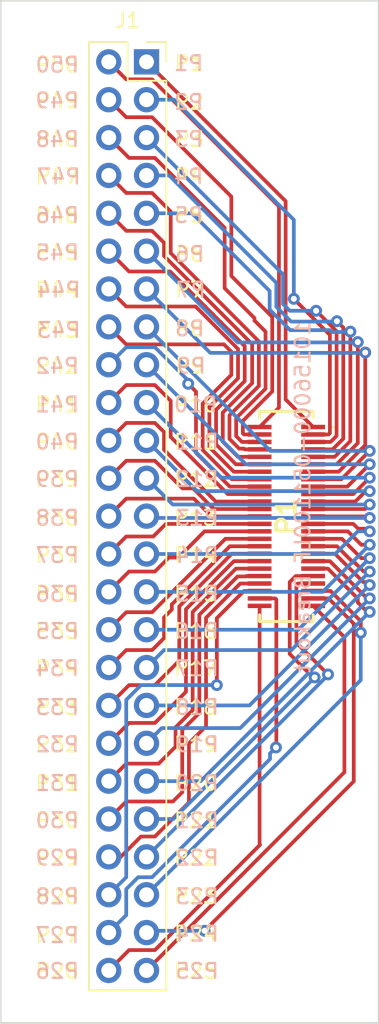
<source format=kicad_pcb>
(kicad_pcb (version 20171130) (host pcbnew 5.99.0+really5.1.12+dfsg1-1)

  (general
    (thickness 1.6)
    (drawings 105)
    (tracks 375)
    (zones 0)
    (modules 2)
    (nets 51)
  )

  (page A4)
  (layers
    (0 F.Cu signal)
    (31 B.Cu signal)
    (32 B.Adhes user)
    (33 F.Adhes user)
    (34 B.Paste user)
    (35 F.Paste user)
    (36 B.SilkS user)
    (37 F.SilkS user)
    (38 B.Mask user)
    (39 F.Mask user)
    (40 Dwgs.User user)
    (41 Cmts.User user)
    (42 Eco1.User user)
    (43 Eco2.User user)
    (44 Edge.Cuts user)
    (45 Margin user)
    (46 B.CrtYd user)
    (47 F.CrtYd user)
    (48 B.Fab user)
    (49 F.Fab user)
  )

  (setup
    (last_trace_width 0.25)
    (trace_clearance 0.2)
    (zone_clearance 0.508)
    (zone_45_only no)
    (trace_min 0.2)
    (via_size 0.8)
    (via_drill 0.4)
    (via_min_size 0.4)
    (via_min_drill 0.3)
    (uvia_size 0.3)
    (uvia_drill 0.1)
    (uvias_allowed no)
    (uvia_min_size 0.2)
    (uvia_min_drill 0.1)
    (edge_width 0.05)
    (segment_width 0.2)
    (pcb_text_width 0.3)
    (pcb_text_size 1.5 1.5)
    (mod_edge_width 0.12)
    (mod_text_size 1 1)
    (mod_text_width 0.15)
    (pad_size 1.524 1.524)
    (pad_drill 0.762)
    (pad_to_mask_clearance 0)
    (aux_axis_origin 0 0)
    (visible_elements FFFFFF7F)
    (pcbplotparams
      (layerselection 0x010fc_ffffffff)
      (usegerberextensions false)
      (usegerberattributes true)
      (usegerberadvancedattributes true)
      (creategerberjobfile true)
      (excludeedgelayer true)
      (linewidth 0.100000)
      (plotframeref false)
      (viasonmask false)
      (mode 1)
      (useauxorigin false)
      (hpglpennumber 1)
      (hpglpenspeed 20)
      (hpglpendiameter 15.000000)
      (psnegative false)
      (psa4output false)
      (plotreference true)
      (plotvalue true)
      (plotinvisibletext false)
      (padsonsilk false)
      (subtractmaskfromsilk false)
      (outputformat 1)
      (mirror false)
      (drillshape 1)
      (scaleselection 1)
      (outputdirectory ""))
  )

  (net 0 "")
  (net 1 "Net-(J1-Pad24)")
  (net 2 "Net-(J1-Pad22)")
  (net 3 "Net-(J1-Pad20)")
  (net 4 "Net-(J1-Pad18)")
  (net 5 "Net-(J1-Pad16)")
  (net 6 "Net-(J1-Pad14)")
  (net 7 "Net-(J1-Pad12)")
  (net 8 "Net-(J1-Pad10)")
  (net 9 "Net-(J1-Pad8)")
  (net 10 "Net-(J1-Pad6)")
  (net 11 "Net-(J1-Pad4)")
  (net 12 "Net-(J1-Pad2)")
  (net 13 /50)
  (net 14 /48)
  (net 15 /46)
  (net 16 /44)
  (net 17 /42)
  (net 18 /40)
  (net 19 /38)
  (net 20 /36)
  (net 21 /34)
  (net 22 /32)
  (net 23 /30)
  (net 24 /28)
  (net 25 /26)
  (net 26 /24)
  (net 27 /22)
  (net 28 /20)
  (net 29 /18)
  (net 30 /16)
  (net 31 /14)
  (net 32 /12)
  (net 33 /10)
  (net 34 /8)
  (net 35 /6)
  (net 36 /4)
  (net 37 /2)
  (net 38 "Net-(J1-Pad50)")
  (net 39 "Net-(J1-Pad48)")
  (net 40 "Net-(J1-Pad46)")
  (net 41 "Net-(J1-Pad44)")
  (net 42 "Net-(J1-Pad42)")
  (net 43 "Net-(J1-Pad40)")
  (net 44 "Net-(J1-Pad38)")
  (net 45 "Net-(J1-Pad36)")
  (net 46 "Net-(J1-Pad34)")
  (net 47 "Net-(J1-Pad32)")
  (net 48 "Net-(J1-Pad30)")
  (net 49 "Net-(J1-Pad28)")
  (net 50 "Net-(J1-Pad26)")

  (net_class Default "This is the default net class."
    (clearance 0.2)
    (trace_width 0.25)
    (via_dia 0.8)
    (via_drill 0.4)
    (uvia_dia 0.3)
    (uvia_drill 0.1)
    (add_net /10)
    (add_net /12)
    (add_net /14)
    (add_net /16)
    (add_net /18)
    (add_net /2)
    (add_net /20)
    (add_net /22)
    (add_net /24)
    (add_net /26)
    (add_net /28)
    (add_net /30)
    (add_net /32)
    (add_net /34)
    (add_net /36)
    (add_net /38)
    (add_net /4)
    (add_net /40)
    (add_net /42)
    (add_net /44)
    (add_net /46)
    (add_net /48)
    (add_net /50)
    (add_net /6)
    (add_net /8)
    (add_net "Net-(J1-Pad10)")
    (add_net "Net-(J1-Pad12)")
    (add_net "Net-(J1-Pad14)")
    (add_net "Net-(J1-Pad16)")
    (add_net "Net-(J1-Pad18)")
    (add_net "Net-(J1-Pad2)")
    (add_net "Net-(J1-Pad20)")
    (add_net "Net-(J1-Pad22)")
    (add_net "Net-(J1-Pad24)")
    (add_net "Net-(J1-Pad26)")
    (add_net "Net-(J1-Pad28)")
    (add_net "Net-(J1-Pad30)")
    (add_net "Net-(J1-Pad32)")
    (add_net "Net-(J1-Pad34)")
    (add_net "Net-(J1-Pad36)")
    (add_net "Net-(J1-Pad38)")
    (add_net "Net-(J1-Pad4)")
    (add_net "Net-(J1-Pad40)")
    (add_net "Net-(J1-Pad42)")
    (add_net "Net-(J1-Pad44)")
    (add_net "Net-(J1-Pad46)")
    (add_net "Net-(J1-Pad48)")
    (add_net "Net-(J1-Pad50)")
    (add_net "Net-(J1-Pad6)")
    (add_net "Net-(J1-Pad8)")
  )

  (module ll:10156001051100LF (layer F.Cu) (tedit 0) (tstamp 619F8FE9)
    (at 597.2 98.1 270)
    (descr 10156001-051100LF-1)
    (tags Connector)
    (path /619FA9D9)
    (attr smd)
    (fp_text reference P1 (at 0 0 90) (layer F.SilkS)
      (effects (font (size 1.27 1.27) (thickness 0.254)))
    )
    (fp_text value 5-104652-5 (at 0 0 90) (layer F.SilkS) hide
      (effects (font (size 1.27 1.27) (thickness 0.254)))
    )
    (fp_line (start -6 -3.1) (end -6 -3.1) (layer F.SilkS) (width 0.1))
    (fp_line (start -6 -3.2) (end -6 -3.2) (layer F.SilkS) (width 0.1))
    (fp_line (start 7.05 1.8) (end 6.6 1.8) (layer F.SilkS) (width 0.2))
    (fp_line (start 7.05 -1.8) (end 7.05 1.8) (layer F.SilkS) (width 0.2))
    (fp_line (start 6.6 -1.8) (end 7.05 -1.8) (layer F.SilkS) (width 0.2))
    (fp_line (start -7.05 1.8) (end -6.6 1.8) (layer F.SilkS) (width 0.2))
    (fp_line (start -7.05 -1.8) (end -7.05 1.8) (layer F.SilkS) (width 0.2))
    (fp_line (start -6.6 -1.8) (end -7.05 -1.8) (layer F.SilkS) (width 0.2))
    (fp_line (start -8.05 3.6) (end -8.05 -3.6) (layer F.CrtYd) (width 0.1))
    (fp_line (start 8.05 3.6) (end -8.05 3.6) (layer F.CrtYd) (width 0.1))
    (fp_line (start 8.05 -3.6) (end 8.05 3.6) (layer F.CrtYd) (width 0.1))
    (fp_line (start -8.05 -3.6) (end 8.05 -3.6) (layer F.CrtYd) (width 0.1))
    (fp_line (start -7.05 1.8) (end -7.05 -1.8) (layer F.Fab) (width 0.1))
    (fp_line (start 7.05 1.8) (end -7.05 1.8) (layer F.Fab) (width 0.1))
    (fp_line (start 7.05 -1.8) (end 7.05 1.8) (layer F.Fab) (width 0.1))
    (fp_line (start -7.05 -1.8) (end 7.05 -1.8) (layer F.Fab) (width 0.1))
    (fp_text user %R (at 0 0 90) (layer F.Fab)
      (effects (font (size 1.27 1.27) (thickness 0.254)))
    )
    (fp_arc (start -6 -3.15) (end -6 -3.2) (angle -180) (layer F.SilkS) (width 0.1))
    (fp_arc (start -6 -3.15) (end -6 -3.1) (angle -180) (layer F.SilkS) (width 0.1))
    (pad 1 smd rect (at -6 -1.8 270) (size 0.3 1.6) (layers F.Cu F.Paste F.Mask)
      (net 37 /2))
    (pad 2 smd rect (at -5.5 -1.8 270) (size 0.3 1.6) (layers F.Cu F.Paste F.Mask)
      (net 36 /4))
    (pad 3 smd rect (at -5 -1.8 270) (size 0.3 1.6) (layers F.Cu F.Paste F.Mask)
      (net 35 /6))
    (pad 4 smd rect (at -4.5 -1.8 270) (size 0.3 1.6) (layers F.Cu F.Paste F.Mask)
      (net 34 /8))
    (pad 5 smd rect (at -4 -1.8 270) (size 0.3 1.6) (layers F.Cu F.Paste F.Mask)
      (net 33 /10))
    (pad 6 smd rect (at -3.5 -1.8 270) (size 0.3 1.6) (layers F.Cu F.Paste F.Mask)
      (net 32 /12))
    (pad 7 smd rect (at -3 -1.8 270) (size 0.3 1.6) (layers F.Cu F.Paste F.Mask)
      (net 31 /14))
    (pad 8 smd rect (at -2.5 -1.8 270) (size 0.3 1.6) (layers F.Cu F.Paste F.Mask)
      (net 30 /16))
    (pad 9 smd rect (at -2 -1.8 270) (size 0.3 1.6) (layers F.Cu F.Paste F.Mask)
      (net 29 /18))
    (pad 10 smd rect (at -1.5 -1.8 270) (size 0.3 1.6) (layers F.Cu F.Paste F.Mask)
      (net 28 /20))
    (pad 11 smd rect (at -1 -1.8 270) (size 0.3 1.6) (layers F.Cu F.Paste F.Mask)
      (net 27 /22))
    (pad 12 smd rect (at -0.5 -1.8 270) (size 0.3 1.6) (layers F.Cu F.Paste F.Mask)
      (net 26 /24))
    (pad 13 smd rect (at 0 -1.8 270) (size 0.3 1.6) (layers F.Cu F.Paste F.Mask)
      (net 25 /26))
    (pad 14 smd rect (at 0.5 -1.8 270) (size 0.3 1.6) (layers F.Cu F.Paste F.Mask)
      (net 24 /28))
    (pad 15 smd rect (at 1 -1.8 270) (size 0.3 1.6) (layers F.Cu F.Paste F.Mask)
      (net 23 /30))
    (pad 16 smd rect (at 1.5 -1.8 270) (size 0.3 1.6) (layers F.Cu F.Paste F.Mask)
      (net 22 /32))
    (pad 17 smd rect (at 2 -1.8 270) (size 0.3 1.6) (layers F.Cu F.Paste F.Mask)
      (net 21 /34))
    (pad 18 smd rect (at 2.5 -1.8 270) (size 0.3 1.6) (layers F.Cu F.Paste F.Mask)
      (net 20 /36))
    (pad 19 smd rect (at 3 -1.8 270) (size 0.3 1.6) (layers F.Cu F.Paste F.Mask)
      (net 19 /38))
    (pad 20 smd rect (at 3.5 -1.8 270) (size 0.3 1.6) (layers F.Cu F.Paste F.Mask)
      (net 18 /40))
    (pad 21 smd rect (at 4 -1.8 270) (size 0.3 1.6) (layers F.Cu F.Paste F.Mask)
      (net 17 /42))
    (pad 22 smd rect (at 4.5 -1.8 270) (size 0.3 1.6) (layers F.Cu F.Paste F.Mask)
      (net 16 /44))
    (pad 23 smd rect (at 5 -1.8 270) (size 0.3 1.6) (layers F.Cu F.Paste F.Mask)
      (net 15 /46))
    (pad 24 smd rect (at 5.5 -1.8 270) (size 0.3 1.6) (layers F.Cu F.Paste F.Mask)
      (net 14 /48))
    (pad 25 smd rect (at 6 -1.8 270) (size 0.3 1.6) (layers F.Cu F.Paste F.Mask)
      (net 13 /50))
    (pad 26 smd rect (at 6 1.8 270) (size 0.3 1.6) (layers F.Cu F.Paste F.Mask)
      (net 38 "Net-(J1-Pad50)"))
    (pad 27 smd rect (at 5.5 1.8 270) (size 0.3 1.6) (layers F.Cu F.Paste F.Mask)
      (net 39 "Net-(J1-Pad48)"))
    (pad 28 smd rect (at 5 1.8 270) (size 0.3 1.6) (layers F.Cu F.Paste F.Mask)
      (net 40 "Net-(J1-Pad46)"))
    (pad 29 smd rect (at 4.5 1.8 270) (size 0.3 1.6) (layers F.Cu F.Paste F.Mask)
      (net 41 "Net-(J1-Pad44)"))
    (pad 30 smd rect (at 4 1.8 270) (size 0.3 1.6) (layers F.Cu F.Paste F.Mask)
      (net 42 "Net-(J1-Pad42)"))
    (pad 31 smd rect (at 3.5 1.8 270) (size 0.3 1.6) (layers F.Cu F.Paste F.Mask)
      (net 43 "Net-(J1-Pad40)"))
    (pad 32 smd rect (at 3 1.8 270) (size 0.3 1.6) (layers F.Cu F.Paste F.Mask)
      (net 44 "Net-(J1-Pad38)"))
    (pad 33 smd rect (at 2.5 1.8 270) (size 0.3 1.6) (layers F.Cu F.Paste F.Mask)
      (net 45 "Net-(J1-Pad36)"))
    (pad 34 smd rect (at 2 1.8 270) (size 0.3 1.6) (layers F.Cu F.Paste F.Mask)
      (net 46 "Net-(J1-Pad34)"))
    (pad 35 smd rect (at 1.5 1.8 270) (size 0.3 1.6) (layers F.Cu F.Paste F.Mask)
      (net 47 "Net-(J1-Pad32)"))
    (pad 36 smd rect (at 1 1.8 270) (size 0.3 1.6) (layers F.Cu F.Paste F.Mask)
      (net 48 "Net-(J1-Pad30)"))
    (pad 37 smd rect (at 0.5 1.8 270) (size 0.3 1.6) (layers F.Cu F.Paste F.Mask)
      (net 49 "Net-(J1-Pad28)"))
    (pad 38 smd rect (at 0 1.8 270) (size 0.3 1.6) (layers F.Cu F.Paste F.Mask)
      (net 50 "Net-(J1-Pad26)"))
    (pad 39 smd rect (at -0.5 1.8 270) (size 0.3 1.6) (layers F.Cu F.Paste F.Mask)
      (net 1 "Net-(J1-Pad24)"))
    (pad 40 smd rect (at -1 1.8 270) (size 0.3 1.6) (layers F.Cu F.Paste F.Mask)
      (net 2 "Net-(J1-Pad22)"))
    (pad 41 smd rect (at -1.5 1.8 270) (size 0.3 1.6) (layers F.Cu F.Paste F.Mask)
      (net 3 "Net-(J1-Pad20)"))
    (pad 42 smd rect (at -2 1.8 270) (size 0.3 1.6) (layers F.Cu F.Paste F.Mask)
      (net 4 "Net-(J1-Pad18)"))
    (pad 43 smd rect (at -2.5 1.8 270) (size 0.3 1.6) (layers F.Cu F.Paste F.Mask)
      (net 5 "Net-(J1-Pad16)"))
    (pad 44 smd rect (at -3 1.8 270) (size 0.3 1.6) (layers F.Cu F.Paste F.Mask)
      (net 6 "Net-(J1-Pad14)"))
    (pad 45 smd rect (at -3.5 1.8 270) (size 0.3 1.6) (layers F.Cu F.Paste F.Mask)
      (net 7 "Net-(J1-Pad12)"))
    (pad 46 smd rect (at -4 1.8 270) (size 0.3 1.6) (layers F.Cu F.Paste F.Mask)
      (net 8 "Net-(J1-Pad10)"))
    (pad 47 smd rect (at -4.5 1.8 270) (size 0.3 1.6) (layers F.Cu F.Paste F.Mask)
      (net 9 "Net-(J1-Pad8)"))
    (pad 48 smd rect (at -5 1.8 270) (size 0.3 1.6) (layers F.Cu F.Paste F.Mask)
      (net 10 "Net-(J1-Pad6)"))
    (pad 49 smd rect (at -5.5 1.8 270) (size 0.3 1.6) (layers F.Cu F.Paste F.Mask)
      (net 11 "Net-(J1-Pad4)"))
    (pad 50 smd rect (at -6 1.8 270) (size 0.3 1.6) (layers F.Cu F.Paste F.Mask)
      (net 12 "Net-(J1-Pad2)"))
    (model 10156001-051100LF.stp
      (at (xyz 0 0 0))
      (scale (xyz 1 1 1))
      (rotate (xyz 0 0 0))
    )
  )

  (module Connector_PinSocket_2.54mm:PinSocket_2x25_P2.54mm_Vertical (layer F.Cu) (tedit 5A19A421) (tstamp 61A0A679)
    (at 587.8 67.6)
    (descr "Through hole straight socket strip, 2x25, 2.54mm pitch, double cols (from Kicad 4.0.7), script generated")
    (tags "Through hole socket strip THT 2x25 2.54mm double row")
    (path /61A0ACCC)
    (fp_text reference J1 (at -1.27 -2.77) (layer F.SilkS)
      (effects (font (size 1 1) (thickness 0.15)))
    )
    (fp_text value Conn_02x25_Odd_Even (at -1.27 63.73) (layer F.Fab)
      (effects (font (size 1 1) (thickness 0.15)))
    )
    (fp_line (start -4.34 62.7) (end -4.34 -1.8) (layer F.CrtYd) (width 0.05))
    (fp_line (start 1.76 62.7) (end -4.34 62.7) (layer F.CrtYd) (width 0.05))
    (fp_line (start 1.76 -1.8) (end 1.76 62.7) (layer F.CrtYd) (width 0.05))
    (fp_line (start -4.34 -1.8) (end 1.76 -1.8) (layer F.CrtYd) (width 0.05))
    (fp_line (start 0 -1.33) (end 1.33 -1.33) (layer F.SilkS) (width 0.12))
    (fp_line (start 1.33 -1.33) (end 1.33 0) (layer F.SilkS) (width 0.12))
    (fp_line (start -1.27 -1.33) (end -1.27 1.27) (layer F.SilkS) (width 0.12))
    (fp_line (start -1.27 1.27) (end 1.33 1.27) (layer F.SilkS) (width 0.12))
    (fp_line (start 1.33 1.27) (end 1.33 62.29) (layer F.SilkS) (width 0.12))
    (fp_line (start -3.87 62.29) (end 1.33 62.29) (layer F.SilkS) (width 0.12))
    (fp_line (start -3.87 -1.33) (end -3.87 62.29) (layer F.SilkS) (width 0.12))
    (fp_line (start -3.87 -1.33) (end -1.27 -1.33) (layer F.SilkS) (width 0.12))
    (fp_line (start -3.81 62.23) (end -3.81 -1.27) (layer F.Fab) (width 0.1))
    (fp_line (start 1.27 62.23) (end -3.81 62.23) (layer F.Fab) (width 0.1))
    (fp_line (start 1.27 -0.27) (end 1.27 62.23) (layer F.Fab) (width 0.1))
    (fp_line (start 0.27 -1.27) (end 1.27 -0.27) (layer F.Fab) (width 0.1))
    (fp_line (start -3.81 -1.27) (end 0.27 -1.27) (layer F.Fab) (width 0.1))
    (fp_text user %R (at -1.27 30.48 90) (layer F.Fab)
      (effects (font (size 1 1) (thickness 0.15)))
    )
    (pad 50 thru_hole oval (at -2.54 60.96) (size 1.7 1.7) (drill 1) (layers *.Cu *.Mask)
      (net 38 "Net-(J1-Pad50)"))
    (pad 49 thru_hole oval (at 0 60.96) (size 1.7 1.7) (drill 1) (layers *.Cu *.Mask)
      (net 13 /50))
    (pad 48 thru_hole oval (at -2.54 58.42) (size 1.7 1.7) (drill 1) (layers *.Cu *.Mask)
      (net 39 "Net-(J1-Pad48)"))
    (pad 47 thru_hole oval (at 0 58.42) (size 1.7 1.7) (drill 1) (layers *.Cu *.Mask)
      (net 14 /48))
    (pad 46 thru_hole oval (at -2.54 55.88) (size 1.7 1.7) (drill 1) (layers *.Cu *.Mask)
      (net 40 "Net-(J1-Pad46)"))
    (pad 45 thru_hole oval (at 0 55.88) (size 1.7 1.7) (drill 1) (layers *.Cu *.Mask)
      (net 15 /46))
    (pad 44 thru_hole oval (at -2.54 53.34) (size 1.7 1.7) (drill 1) (layers *.Cu *.Mask)
      (net 41 "Net-(J1-Pad44)"))
    (pad 43 thru_hole oval (at 0 53.34) (size 1.7 1.7) (drill 1) (layers *.Cu *.Mask)
      (net 16 /44))
    (pad 42 thru_hole oval (at -2.54 50.8) (size 1.7 1.7) (drill 1) (layers *.Cu *.Mask)
      (net 42 "Net-(J1-Pad42)"))
    (pad 41 thru_hole oval (at 0 50.8) (size 1.7 1.7) (drill 1) (layers *.Cu *.Mask)
      (net 17 /42))
    (pad 40 thru_hole oval (at -2.54 48.26) (size 1.7 1.7) (drill 1) (layers *.Cu *.Mask)
      (net 43 "Net-(J1-Pad40)"))
    (pad 39 thru_hole oval (at 0 48.26) (size 1.7 1.7) (drill 1) (layers *.Cu *.Mask)
      (net 18 /40))
    (pad 38 thru_hole oval (at -2.54 45.72) (size 1.7 1.7) (drill 1) (layers *.Cu *.Mask)
      (net 44 "Net-(J1-Pad38)"))
    (pad 37 thru_hole oval (at 0 45.72) (size 1.7 1.7) (drill 1) (layers *.Cu *.Mask)
      (net 19 /38))
    (pad 36 thru_hole oval (at -2.54 43.18) (size 1.7 1.7) (drill 1) (layers *.Cu *.Mask)
      (net 45 "Net-(J1-Pad36)"))
    (pad 35 thru_hole oval (at 0 43.18) (size 1.7 1.7) (drill 1) (layers *.Cu *.Mask)
      (net 20 /36))
    (pad 34 thru_hole oval (at -2.54 40.64) (size 1.7 1.7) (drill 1) (layers *.Cu *.Mask)
      (net 46 "Net-(J1-Pad34)"))
    (pad 33 thru_hole oval (at 0 40.64) (size 1.7 1.7) (drill 1) (layers *.Cu *.Mask)
      (net 21 /34))
    (pad 32 thru_hole oval (at -2.54 38.1) (size 1.7 1.7) (drill 1) (layers *.Cu *.Mask)
      (net 47 "Net-(J1-Pad32)"))
    (pad 31 thru_hole oval (at 0 38.1) (size 1.7 1.7) (drill 1) (layers *.Cu *.Mask)
      (net 22 /32))
    (pad 30 thru_hole oval (at -2.54 35.56) (size 1.7 1.7) (drill 1) (layers *.Cu *.Mask)
      (net 48 "Net-(J1-Pad30)"))
    (pad 29 thru_hole oval (at 0 35.56) (size 1.7 1.7) (drill 1) (layers *.Cu *.Mask)
      (net 23 /30))
    (pad 28 thru_hole oval (at -2.54 33.02) (size 1.7 1.7) (drill 1) (layers *.Cu *.Mask)
      (net 49 "Net-(J1-Pad28)"))
    (pad 27 thru_hole oval (at 0 33.02) (size 1.7 1.7) (drill 1) (layers *.Cu *.Mask)
      (net 24 /28))
    (pad 26 thru_hole oval (at -2.54 30.48) (size 1.7 1.7) (drill 1) (layers *.Cu *.Mask)
      (net 50 "Net-(J1-Pad26)"))
    (pad 25 thru_hole oval (at 0 30.48) (size 1.7 1.7) (drill 1) (layers *.Cu *.Mask)
      (net 25 /26))
    (pad 24 thru_hole oval (at -2.54 27.94) (size 1.7 1.7) (drill 1) (layers *.Cu *.Mask)
      (net 1 "Net-(J1-Pad24)"))
    (pad 23 thru_hole oval (at 0 27.94) (size 1.7 1.7) (drill 1) (layers *.Cu *.Mask)
      (net 26 /24))
    (pad 22 thru_hole oval (at -2.54 25.4) (size 1.7 1.7) (drill 1) (layers *.Cu *.Mask)
      (net 2 "Net-(J1-Pad22)"))
    (pad 21 thru_hole oval (at 0 25.4) (size 1.7 1.7) (drill 1) (layers *.Cu *.Mask)
      (net 27 /22))
    (pad 20 thru_hole oval (at -2.54 22.86) (size 1.7 1.7) (drill 1) (layers *.Cu *.Mask)
      (net 3 "Net-(J1-Pad20)"))
    (pad 19 thru_hole oval (at 0 22.86) (size 1.7 1.7) (drill 1) (layers *.Cu *.Mask)
      (net 28 /20))
    (pad 18 thru_hole oval (at -2.54 20.32) (size 1.7 1.7) (drill 1) (layers *.Cu *.Mask)
      (net 4 "Net-(J1-Pad18)"))
    (pad 17 thru_hole oval (at 0 20.32) (size 1.7 1.7) (drill 1) (layers *.Cu *.Mask)
      (net 29 /18))
    (pad 16 thru_hole oval (at -2.54 17.78) (size 1.7 1.7) (drill 1) (layers *.Cu *.Mask)
      (net 5 "Net-(J1-Pad16)"))
    (pad 15 thru_hole oval (at 0 17.78) (size 1.7 1.7) (drill 1) (layers *.Cu *.Mask)
      (net 30 /16))
    (pad 14 thru_hole oval (at -2.54 15.24) (size 1.7 1.7) (drill 1) (layers *.Cu *.Mask)
      (net 6 "Net-(J1-Pad14)"))
    (pad 13 thru_hole oval (at 0 15.24) (size 1.7 1.7) (drill 1) (layers *.Cu *.Mask)
      (net 31 /14))
    (pad 12 thru_hole oval (at -2.54 12.7) (size 1.7 1.7) (drill 1) (layers *.Cu *.Mask)
      (net 7 "Net-(J1-Pad12)"))
    (pad 11 thru_hole oval (at 0 12.7) (size 1.7 1.7) (drill 1) (layers *.Cu *.Mask)
      (net 32 /12))
    (pad 10 thru_hole oval (at -2.54 10.16) (size 1.7 1.7) (drill 1) (layers *.Cu *.Mask)
      (net 8 "Net-(J1-Pad10)"))
    (pad 9 thru_hole oval (at 0 10.16) (size 1.7 1.7) (drill 1) (layers *.Cu *.Mask)
      (net 33 /10))
    (pad 8 thru_hole oval (at -2.54 7.62) (size 1.7 1.7) (drill 1) (layers *.Cu *.Mask)
      (net 9 "Net-(J1-Pad8)"))
    (pad 7 thru_hole oval (at 0 7.62) (size 1.7 1.7) (drill 1) (layers *.Cu *.Mask)
      (net 34 /8))
    (pad 6 thru_hole oval (at -2.54 5.08) (size 1.7 1.7) (drill 1) (layers *.Cu *.Mask)
      (net 10 "Net-(J1-Pad6)"))
    (pad 5 thru_hole oval (at 0 5.08) (size 1.7 1.7) (drill 1) (layers *.Cu *.Mask)
      (net 35 /6))
    (pad 4 thru_hole oval (at -2.54 2.54) (size 1.7 1.7) (drill 1) (layers *.Cu *.Mask)
      (net 11 "Net-(J1-Pad4)"))
    (pad 3 thru_hole oval (at 0 2.54) (size 1.7 1.7) (drill 1) (layers *.Cu *.Mask)
      (net 36 /4))
    (pad 2 thru_hole oval (at -2.54 0) (size 1.7 1.7) (drill 1) (layers *.Cu *.Mask)
      (net 12 "Net-(J1-Pad2)"))
    (pad 1 thru_hole rect (at 0 0) (size 1.7 1.7) (drill 1) (layers *.Cu *.Mask)
      (net 37 /2))
    (model ${KISYS3DMOD}/Connector_PinSocket_2.54mm.3dshapes/PinSocket_2x25_P2.54mm_Vertical
      (at (xyz 0 0 0))
      (scale (xyz 1 1 1))
      (rotate (xyz 0 0 0))
    )
  )

  (gr_text P19 (at 591.2 113.4) (layer B.SilkS) (tstamp 61BF1D9D)
    (effects (font (size 1 1) (thickness 0.15)) (justify mirror))
  )
  (gr_text P18 (at 591.2 110.9) (layer B.SilkS) (tstamp 61BF1D9E)
    (effects (font (size 1 1) (thickness 0.15)) (justify mirror))
  )
  (gr_text P29 (at 581.8 121) (layer B.SilkS) (tstamp 61BF1D92)
    (effects (font (size 1 1) (thickness 0.15)) (justify mirror))
  )
  (gr_text P33 (at 581.8 110.9) (layer B.SilkS) (tstamp 61BF1D96)
    (effects (font (size 1 1) (thickness 0.15)) (justify mirror))
  )
  (gr_text P41 (at 581.8 90.6) (layer B.SilkS) (tstamp 61BF1DAF)
    (effects (font (size 1 1) (thickness 0.15)) (justify mirror))
  )
  (gr_text P46 (at 581.8 77.9) (layer B.SilkS) (tstamp 61BF1DB4)
    (effects (font (size 1 1) (thickness 0.15)) (justify mirror))
  )
  (gr_text P45 (at 581.8 80.4) (layer B.SilkS) (tstamp 61BF1DB3)
    (effects (font (size 1 1) (thickness 0.15)) (justify mirror))
  )
  (gr_text P49 (at 581.8 70.2) (layer B.SilkS) (tstamp 61BF1DB7)
    (effects (font (size 1 1) (thickness 0.15)) (justify mirror))
  )
  (gr_text P50 (at 581.8 67.8) (layer B.SilkS) (tstamp 61BF1DB8)
    (effects (font (size 1 1) (thickness 0.15)) (justify mirror))
  )
  (gr_text "P25\n" (at 591.2 128.6) (layer B.SilkS) (tstamp 61BF1DB9)
    (effects (font (size 1 1) (thickness 0.15)) (justify mirror))
  )
  (gr_text P12 (at 591.2 95.6) (layer B.SilkS) (tstamp 61BF1DA4)
    (effects (font (size 1 1) (thickness 0.15)) (justify mirror))
  )
  (gr_text P11 (at 591.2 93.1) (layer B.SilkS) (tstamp 61BF1DA5)
    (effects (font (size 1 1) (thickness 0.15)) (justify mirror))
  )
  (gr_text P14 (at 591.2 100.7) (layer B.SilkS) (tstamp 61BF1DA2)
    (effects (font (size 1 1) (thickness 0.15)) (justify mirror))
  )
  (gr_text P13 (at 591.2 98.2) (layer B.SilkS) (tstamp 61BF1DA3)
    (effects (font (size 1 1) (thickness 0.15)) (justify mirror))
  )
  (gr_text P21 (at 591.2 118.5) (layer B.SilkS) (tstamp 61BF1D9B)
    (effects (font (size 1 1) (thickness 0.15)) (justify mirror))
  )
  (gr_text "P20\n" (at 591.2 116) (layer B.SilkS) (tstamp 61BF1D9C)
    (effects (font (size 1 1) (thickness 0.15)) (justify mirror))
  )
  (gr_text P39 (at 581.8 95.6) (layer B.SilkS) (tstamp 61BF1DAD)
    (effects (font (size 1 1) (thickness 0.15)) (justify mirror))
  )
  (gr_text P1 (at 591.7 67.7) (layer B.SilkS) (tstamp 61BF1DC0)
    (effects (font (size 1 1) (thickness 0.15)) (justify left mirror))
  )
  (gr_text P38 (at 581.8 98.2) (layer B.SilkS) (tstamp 61BF1DAC)
    (effects (font (size 1 1) (thickness 0.15)) (justify mirror))
  )
  (gr_text P36 (at 581.8 103.3) (layer B.SilkS) (tstamp 61BF1DAA)
    (effects (font (size 1 1) (thickness 0.15)) (justify mirror))
  )
  (gr_text P37 (at 581.8 100.7) (layer B.SilkS) (tstamp 61BF1DAB)
    (effects (font (size 1 1) (thickness 0.15)) (justify mirror))
  )
  (gr_text P48 (at 581.8 72.8) (layer B.SilkS) (tstamp 61BF1DB6)
    (effects (font (size 1 1) (thickness 0.15)) (justify mirror))
  )
  (gr_text P31 (at 581.8 116) (layer B.SilkS) (tstamp 61BF1D94)
    (effects (font (size 1 1) (thickness 0.15)) (justify mirror))
  )
  (gr_text P32 (at 581.8 113.4) (layer B.SilkS) (tstamp 61BF1D95)
    (effects (font (size 1 1) (thickness 0.15)) (justify mirror))
  )
  (gr_text P10 (at 591.1 90.6) (layer B.SilkS) (tstamp 61BF1DA6)
    (effects (font (size 1 1) (thickness 0.15)) (justify mirror))
  )
  (gr_text P9 (at 590.8 88) (layer B.SilkS) (tstamp 61BF1DA7)
    (effects (font (size 1 1) (thickness 0.15)) (justify mirror))
  )
  (gr_text P42 (at 581.8 88) (layer B.SilkS) (tstamp 61BF1DB0)
    (effects (font (size 1 1) (thickness 0.15)) (justify mirror))
  )
  (gr_text P43 (at 581.9 85.6) (layer B.SilkS) (tstamp 61BF1DB1)
    (effects (font (size 1 1) (thickness 0.15)) (justify mirror))
  )
  (gr_text P8 (at 590.7 85.5) (layer B.SilkS) (tstamp 61BF1DA8)
    (effects (font (size 1 1) (thickness 0.15)) (justify mirror))
  )
  (gr_text P35 (at 581.8 105.8) (layer B.SilkS) (tstamp 61BF1DA9)
    (effects (font (size 1 1) (thickness 0.15)) (justify mirror))
  )
  (gr_text P44 (at 581.9 82.9) (layer B.SilkS) (tstamp 61BF1DB2)
    (effects (font (size 1 1) (thickness 0.15)) (justify mirror))
  )
  (gr_text P15 (at 591.2 103.3) (layer B.SilkS) (tstamp 61BF1DA1)
    (effects (font (size 1 1) (thickness 0.15)) (justify mirror))
  )
  (gr_text P23 (at 591.2 123.6) (layer B.SilkS) (tstamp 61BF1D99)
    (effects (font (size 1 1) (thickness 0.15)) (justify mirror))
  )
  (gr_text P22 (at 591.2 121) (layer B.SilkS) (tstamp 61BF1D9A)
    (effects (font (size 1 1) (thickness 0.15)) (justify mirror))
  )
  (gr_text P30 (at 581.8 118.5) (layer B.SilkS) (tstamp 61BF1D93)
    (effects (font (size 1 1) (thickness 0.15)) (justify mirror))
  )
  (gr_text P24 (at 591.2 126.1) (layer B.SilkS) (tstamp 61BF1D98)
    (effects (font (size 1 1) (thickness 0.15)) (justify mirror))
  )
  (gr_text P27 (at 581.8 126.2) (layer B.SilkS) (tstamp 61BF1D90)
    (effects (font (size 1 1) (thickness 0.15)) (justify mirror))
  )
  (gr_text P28 (at 581.8 123.6) (layer B.SilkS) (tstamp 61BF1D91)
    (effects (font (size 1 1) (thickness 0.15)) (justify mirror))
  )
  (gr_text P7 (at 590.8 82.9) (layer B.SilkS) (tstamp 61BF1DBA)
    (effects (font (size 1 1) (thickness 0.15)) (justify mirror))
  )
  (gr_text P6 (at 590.7 80.5) (layer B.SilkS) (tstamp 61BF1DBB)
    (effects (font (size 1 1) (thickness 0.15)) (justify mirror))
  )
  (gr_text P5 (at 591.7 77.9) (layer B.SilkS) (tstamp 61BF1DBC)
    (effects (font (size 1 1) (thickness 0.15)) (justify left mirror))
  )
  (gr_text P26 (at 581.8 128.6) (layer B.SilkS) (tstamp 61BF1D8F)
    (effects (font (size 1 1) (thickness 0.15)) (justify mirror))
  )
  (gr_text P17 (at 591.2 108.3) (layer B.SilkS) (tstamp 61BF1D9F)
    (effects (font (size 1 1) (thickness 0.15)) (justify mirror))
  )
  (gr_text P16 (at 591.2 105.8) (layer B.SilkS) (tstamp 61BF1DA0)
    (effects (font (size 1 1) (thickness 0.15)) (justify mirror))
  )
  (gr_text P34 (at 581.8 108.3) (layer B.SilkS) (tstamp 61BF1D97)
    (effects (font (size 1 1) (thickness 0.15)) (justify mirror))
  )
  (gr_text P40 (at 581.8 93.1) (layer B.SilkS) (tstamp 61BF1DAE)
    (effects (font (size 1 1) (thickness 0.15)) (justify mirror))
  )
  (gr_text P4 (at 591.7 75.3) (layer B.SilkS) (tstamp 61BF1DBD)
    (effects (font (size 1 1) (thickness 0.15)) (justify left mirror))
  )
  (gr_text P3 (at 591.7 72.8) (layer B.SilkS) (tstamp 61BF1DBE)
    (effects (font (size 1 1) (thickness 0.15)) (justify left mirror))
  )
  (gr_text P2 (at 591.7 70.3) (layer B.SilkS) (tstamp 61BF1DBF)
    (effects (font (size 1 1) (thickness 0.15)) (justify left mirror))
  )
  (gr_text P47 (at 581.9 75.3) (layer B.SilkS) (tstamp 61BF1DB5)
    (effects (font (size 1 1) (thickness 0.15)) (justify mirror))
  )
  (gr_text "10156000-051100LF Breakout" (at 598.3 96.8 90) (layer B.SilkS)
    (effects (font (size 1 1) (thickness 0.15)) (justify mirror))
  )
  (gr_text P26 (at 581.8 128.6) (layer F.SilkS)
    (effects (font (size 1 1) (thickness 0.15)))
  )
  (gr_text P27 (at 581.8 126.2) (layer F.SilkS)
    (effects (font (size 1 1) (thickness 0.15)))
  )
  (gr_text P28 (at 581.8 123.6) (layer F.SilkS)
    (effects (font (size 1 1) (thickness 0.15)))
  )
  (gr_text P29 (at 581.8 121) (layer F.SilkS)
    (effects (font (size 1 1) (thickness 0.15)))
  )
  (gr_text P30 (at 581.8 118.5) (layer F.SilkS)
    (effects (font (size 1 1) (thickness 0.15)))
  )
  (gr_text P31 (at 581.8 116) (layer F.SilkS)
    (effects (font (size 1 1) (thickness 0.15)))
  )
  (gr_text P32 (at 581.8 113.4) (layer F.SilkS)
    (effects (font (size 1 1) (thickness 0.15)))
  )
  (gr_text P33 (at 581.8 110.9) (layer F.SilkS)
    (effects (font (size 1 1) (thickness 0.15)))
  )
  (gr_text P34 (at 581.8 108.3) (layer F.SilkS)
    (effects (font (size 1 1) (thickness 0.15)))
  )
  (gr_text P35 (at 581.8 105.8) (layer F.SilkS)
    (effects (font (size 1 1) (thickness 0.15)))
  )
  (gr_text P36 (at 581.8 103.3) (layer F.SilkS)
    (effects (font (size 1 1) (thickness 0.15)))
  )
  (gr_text P37 (at 581.8 100.7) (layer F.SilkS)
    (effects (font (size 1 1) (thickness 0.15)))
  )
  (gr_text P38 (at 581.8 98.2) (layer F.SilkS)
    (effects (font (size 1 1) (thickness 0.15)))
  )
  (gr_text P39 (at 581.8 95.6) (layer F.SilkS)
    (effects (font (size 1 1) (thickness 0.15)))
  )
  (gr_text P40 (at 581.8 93.1) (layer F.SilkS)
    (effects (font (size 1 1) (thickness 0.15)))
  )
  (gr_text P41 (at 581.8 90.6) (layer F.SilkS)
    (effects (font (size 1 1) (thickness 0.15)))
  )
  (gr_text P42 (at 581.8 88) (layer F.SilkS)
    (effects (font (size 1 1) (thickness 0.15)))
  )
  (gr_text P43 (at 581.8 85.6) (layer F.SilkS)
    (effects (font (size 1 1) (thickness 0.15)))
  )
  (gr_text P44 (at 581.8 82.9) (layer F.SilkS)
    (effects (font (size 1 1) (thickness 0.15)))
  )
  (gr_text P45 (at 581.8 80.4) (layer F.SilkS)
    (effects (font (size 1 1) (thickness 0.15)))
  )
  (gr_text P46 (at 581.8 77.9) (layer F.SilkS)
    (effects (font (size 1 1) (thickness 0.15)))
  )
  (gr_text P47 (at 581.8 75.3) (layer F.SilkS)
    (effects (font (size 1 1) (thickness 0.15)))
  )
  (gr_text P48 (at 581.8 72.8) (layer F.SilkS)
    (effects (font (size 1 1) (thickness 0.15)))
  )
  (gr_text P49 (at 581.8 70.2) (layer F.SilkS)
    (effects (font (size 1 1) (thickness 0.15)))
  )
  (gr_text P50 (at 581.8 67.8) (layer F.SilkS)
    (effects (font (size 1 1) (thickness 0.15)))
  )
  (gr_text "P25\n" (at 591.1 128.6) (layer F.SilkS)
    (effects (font (size 1 1) (thickness 0.15)))
  )
  (gr_text P24 (at 591.1 126.1) (layer F.SilkS)
    (effects (font (size 1 1) (thickness 0.15)))
  )
  (gr_text P23 (at 591.1 123.6) (layer F.SilkS)
    (effects (font (size 1 1) (thickness 0.15)))
  )
  (gr_text P22 (at 591.1 121) (layer F.SilkS)
    (effects (font (size 1 1) (thickness 0.15)))
  )
  (gr_text P21 (at 591.1 118.5) (layer F.SilkS)
    (effects (font (size 1 1) (thickness 0.15)))
  )
  (gr_text "P20\n" (at 591.1 116) (layer F.SilkS)
    (effects (font (size 1 1) (thickness 0.15)))
  )
  (gr_text P19 (at 591.1 113.4) (layer F.SilkS)
    (effects (font (size 1 1) (thickness 0.15)))
  )
  (gr_text P18 (at 591.1 110.9) (layer F.SilkS)
    (effects (font (size 1 1) (thickness 0.15)))
  )
  (gr_text P17 (at 591.1 108.3) (layer F.SilkS)
    (effects (font (size 1 1) (thickness 0.15)))
  )
  (gr_text P16 (at 591.1 105.8) (layer F.SilkS)
    (effects (font (size 1 1) (thickness 0.15)))
  )
  (gr_text P15 (at 591.1 103.3) (layer F.SilkS)
    (effects (font (size 1 1) (thickness 0.15)))
  )
  (gr_text P14 (at 591.1 100.7) (layer F.SilkS)
    (effects (font (size 1 1) (thickness 0.15)))
  )
  (gr_text P13 (at 591.1 98.2) (layer F.SilkS)
    (effects (font (size 1 1) (thickness 0.15)))
  )
  (gr_text P12 (at 591.1 95.6) (layer F.SilkS)
    (effects (font (size 1 1) (thickness 0.15)))
  )
  (gr_text P11 (at 591.1 93.1) (layer F.SilkS)
    (effects (font (size 1 1) (thickness 0.15)))
  )
  (gr_text P10 (at 591.1 90.6) (layer F.SilkS)
    (effects (font (size 1 1) (thickness 0.15)))
  )
  (gr_text P9 (at 590.7 88) (layer F.SilkS)
    (effects (font (size 1 1) (thickness 0.15)))
  )
  (gr_text P8 (at 590.7 85.5) (layer F.SilkS)
    (effects (font (size 1 1) (thickness 0.15)))
  )
  (gr_text P7 (at 590.7 82.9) (layer F.SilkS)
    (effects (font (size 1 1) (thickness 0.15)))
  )
  (gr_text P6 (at 590.7 80.5) (layer F.SilkS)
    (effects (font (size 1 1) (thickness 0.15)))
  )
  (gr_text P5 (at 589.6 77.9) (layer F.SilkS)
    (effects (font (size 1 1) (thickness 0.15)) (justify left))
  )
  (gr_text P4 (at 589.6 75.3) (layer F.SilkS)
    (effects (font (size 1 1) (thickness 0.15)) (justify left))
  )
  (gr_text P3 (at 589.6 72.8) (layer F.SilkS)
    (effects (font (size 1 1) (thickness 0.15)) (justify left))
  )
  (gr_text P2 (at 589.6 70.3) (layer F.SilkS)
    (effects (font (size 1 1) (thickness 0.15)) (justify left))
  )
  (gr_text P1 (at 589.6 67.7) (layer F.SilkS)
    (effects (font (size 1 1) (thickness 0.15)) (justify left))
  )
  (gr_line (start 603.4 63.5) (end 603.4 132.08) (layer Edge.Cuts) (width 0.1))
  (gr_line (start 578 63.5) (end 603.4 63.5) (layer Edge.Cuts) (width 0.1))
  (gr_line (start 578 132.08) (end 578 63.5) (layer Edge.Cuts) (width 0.1))
  (gr_line (start 603.4 132.08) (end 578 132.08) (layer Edge.Cuts) (width 0.1))

  (segment (start 586.435001 94.364999) (end 585.26 95.54) (width 0.25) (layer F.Cu) (net 1))
  (segment (start 588.364001 94.364999) (end 586.435001 94.364999) (width 0.25) (layer F.Cu) (net 1))
  (segment (start 590.219002 96.22) (end 588.364001 94.364999) (width 0.25) (layer F.Cu) (net 1))
  (segment (start 592.313592 97.6) (end 595.4 97.6) (width 0.25) (layer F.Cu) (net 1))
  (segment (start 590.933592 96.22) (end 592.313592 97.6) (width 0.25) (layer F.Cu) (net 1))
  (segment (start 590.219002 96.22) (end 590.933592 96.22) (width 0.25) (layer F.Cu) (net 1))
  (segment (start 588.975001 93.624999) (end 592.450002 97.1) (width 0.25) (layer F.Cu) (net 2))
  (segment (start 588.975001 92.435999) (end 588.975001 93.624999) (width 0.25) (layer F.Cu) (net 2))
  (segment (start 588.364001 91.824999) (end 588.975001 92.435999) (width 0.25) (layer F.Cu) (net 2))
  (segment (start 592.450002 97.1) (end 595.4 97.1) (width 0.25) (layer F.Cu) (net 2))
  (segment (start 586.435001 91.824999) (end 588.364001 91.824999) (width 0.25) (layer F.Cu) (net 2))
  (segment (start 585.26 93) (end 586.435001 91.824999) (width 0.25) (layer F.Cu) (net 2))
  (segment (start 586.435001 89.284999) (end 585.26 90.46) (width 0.25) (layer F.Cu) (net 3))
  (segment (start 588.364001 89.284999) (end 586.435001 89.284999) (width 0.25) (layer F.Cu) (net 3))
  (segment (start 589.425011 92.766285) (end 593.258726 96.6) (width 0.25) (layer F.Cu) (net 3))
  (segment (start 593.258726 96.6) (end 595.4 96.6) (width 0.25) (layer F.Cu) (net 3))
  (segment (start 589.425011 90.346009) (end 589.425011 92.766285) (width 0.25) (layer F.Cu) (net 3))
  (segment (start 588.364001 89.284999) (end 589.425011 90.346009) (width 0.25) (layer F.Cu) (net 3))
  (via (at 590.6 89.2) (size 0.8) (drill 0.4) (layers F.Cu B.Cu) (net 4))
  (segment (start 586.435001 86.744999) (end 588.364001 86.744999) (width 0.25) (layer B.Cu) (net 4))
  (segment (start 585.26 87.92) (end 586.435001 86.744999) (width 0.25) (layer B.Cu) (net 4))
  (segment (start 593.395136 96.1) (end 591.124933 93.829797) (width 0.25) (layer F.Cu) (net 4))
  (segment (start 595.4 96.1) (end 593.395136 96.1) (width 0.25) (layer F.Cu) (net 4))
  (segment (start 591.124933 89.724933) (end 590.6 89.2) (width 0.25) (layer F.Cu) (net 4))
  (segment (start 591.124933 93.829797) (end 591.124933 89.724933) (width 0.25) (layer F.Cu) (net 4))
  (segment (start 590.6 88.980998) (end 588.364001 86.744999) (width 0.25) (layer B.Cu) (net 4))
  (segment (start 590.6 89.2) (end 590.6 88.980998) (width 0.25) (layer B.Cu) (net 4))
  (segment (start 586.435001 86.555001) (end 585.26 85.38) (width 0.25) (layer F.Cu) (net 5))
  (segment (start 593.004321 86.555001) (end 586.435001 86.555001) (width 0.25) (layer F.Cu) (net 5))
  (segment (start 593.49998 87.05066) (end 593.004321 86.555001) (width 0.25) (layer F.Cu) (net 5))
  (segment (start 593.49998 88.60002) (end 593.49998 87.05066) (width 0.25) (layer F.Cu) (net 5))
  (segment (start 591.574943 90.525057) (end 593.49998 88.60002) (width 0.25) (layer F.Cu) (net 5))
  (segment (start 591.574943 93.643397) (end 591.574943 90.525057) (width 0.25) (layer F.Cu) (net 5))
  (segment (start 593.531544 95.6) (end 591.574943 93.643397) (width 0.25) (layer F.Cu) (net 5))
  (segment (start 595.4 95.6) (end 593.531544 95.6) (width 0.25) (layer F.Cu) (net 5))
  (segment (start 586.435001 84.015001) (end 588.174003 84.015001) (width 0.25) (layer F.Cu) (net 6))
  (segment (start 585.26 82.84) (end 586.435001 84.015001) (width 0.25) (layer F.Cu) (net 6))
  (segment (start 592.024952 93.456998) (end 592.024953 90.757995) (width 0.25) (layer F.Cu) (net 6))
  (segment (start 593.667954 95.1) (end 592.024952 93.456998) (width 0.25) (layer F.Cu) (net 6))
  (segment (start 595.4 95.1) (end 593.667954 95.1) (width 0.25) (layer F.Cu) (net 6))
  (segment (start 592.024953 90.757995) (end 593.94999 88.832958) (width 0.25) (layer F.Cu) (net 6))
  (segment (start 593.94999 88.832958) (end 593.94999 86.86426) (width 0.25) (layer F.Cu) (net 6))
  (segment (start 591.100731 84.015001) (end 588.174003 84.015001) (width 0.25) (layer F.Cu) (net 6))
  (segment (start 593.94999 86.86426) (end 591.100731 84.015001) (width 0.25) (layer F.Cu) (net 6))
  (segment (start 586.624999 81.664999) (end 588.364001 81.664999) (width 0.25) (layer F.Cu) (net 7))
  (segment (start 585.26 80.3) (end 586.624999 81.664999) (width 0.25) (layer F.Cu) (net 7))
  (segment (start 592.474962 93.270598) (end 592.474962 90.944396) (width 0.25) (layer F.Cu) (net 7))
  (segment (start 593.804364 94.6) (end 592.474962 93.270598) (width 0.25) (layer F.Cu) (net 7))
  (segment (start 595.4 94.6) (end 593.804364 94.6) (width 0.25) (layer F.Cu) (net 7))
  (segment (start 594.4 89.019358) (end 594.4 86.67786) (width 0.25) (layer F.Cu) (net 7))
  (segment (start 592.474962 90.944396) (end 594.4 89.019358) (width 0.25) (layer F.Cu) (net 7))
  (segment (start 589.387139 81.664999) (end 588.364001 81.664999) (width 0.25) (layer F.Cu) (net 7))
  (segment (start 594.4 86.67786) (end 589.387139 81.664999) (width 0.25) (layer F.Cu) (net 7))
  (segment (start 586.435001 78.935001) (end 585.26 77.76) (width 0.25) (layer F.Cu) (net 8))
  (segment (start 588.174003 78.935001) (end 586.435001 78.935001) (width 0.25) (layer F.Cu) (net 8))
  (segment (start 588.975001 79.735999) (end 588.174003 78.935001) (width 0.25) (layer F.Cu) (net 8))
  (segment (start 588.975001 80.616451) (end 588.975001 79.735999) (width 0.25) (layer F.Cu) (net 8))
  (segment (start 594.89996 86.54141) (end 588.975001 80.616451) (width 0.25) (layer F.Cu) (net 8))
  (segment (start 592.924971 91.130797) (end 594.89996 89.155808) (width 0.25) (layer F.Cu) (net 8))
  (segment (start 592.924972 93.0842) (end 592.924971 91.130797) (width 0.25) (layer F.Cu) (net 8))
  (segment (start 594.89996 89.155808) (end 594.89996 86.54141) (width 0.25) (layer F.Cu) (net 8))
  (segment (start 593.94077 94.1) (end 592.924972 93.0842) (width 0.25) (layer F.Cu) (net 8))
  (segment (start 595.4 94.1) (end 593.94077 94.1) (width 0.25) (layer F.Cu) (net 8))
  (segment (start 589.425011 77.646009) (end 588.174003 76.395001) (width 0.25) (layer F.Cu) (net 9))
  (segment (start 595.34997 86.35501) (end 589.425011 80.430051) (width 0.25) (layer F.Cu) (net 9))
  (segment (start 595.34997 89.342208) (end 595.34997 86.35501) (width 0.25) (layer F.Cu) (net 9))
  (segment (start 588.174003 76.395001) (end 586.435001 76.395001) (width 0.25) (layer F.Cu) (net 9))
  (segment (start 593.374981 92.897801) (end 593.37498 91.317198) (width 0.25) (layer F.Cu) (net 9))
  (segment (start 594.02719 93.55001) (end 593.374981 92.897801) (width 0.25) (layer F.Cu) (net 9))
  (segment (start 586.435001 76.395001) (end 585.26 75.22) (width 0.25) (layer F.Cu) (net 9))
  (segment (start 594.35001 93.55001) (end 594.02719 93.55001) (width 0.25) (layer F.Cu) (net 9))
  (segment (start 589.425011 80.430051) (end 589.425011 77.646009) (width 0.25) (layer F.Cu) (net 9))
  (segment (start 594.4 93.6) (end 594.35001 93.55001) (width 0.25) (layer F.Cu) (net 9))
  (segment (start 593.37498 91.317198) (end 595.34997 89.342208) (width 0.25) (layer F.Cu) (net 9))
  (segment (start 595.4 93.6) (end 594.4 93.6) (width 0.25) (layer F.Cu) (net 9))
  (segment (start 593.04999 82.78503) (end 595.055 84.79004) (width 0.25) (layer F.Cu) (net 10))
  (segment (start 593.04999 78.730988) (end 593.04999 82.78503) (width 0.25) (layer F.Cu) (net 10))
  (segment (start 588.364001 74.044999) (end 593.04999 78.730988) (width 0.25) (layer F.Cu) (net 10))
  (segment (start 586.624999 74.044999) (end 588.364001 74.044999) (width 0.25) (layer F.Cu) (net 10))
  (segment (start 585.26 72.68) (end 586.624999 74.044999) (width 0.25) (layer F.Cu) (net 10))
  (segment (start 595.055 84.955) (end 595.79998 85.69998) (width 0.25) (layer F.Cu) (net 10))
  (segment (start 595.055 84.79004) (end 595.055 84.955) (width 0.25) (layer F.Cu) (net 10))
  (segment (start 594.21359 93.1) (end 595.4 93.1) (width 0.25) (layer F.Cu) (net 10))
  (segment (start 593.82499 92.7114) (end 594.21359 93.1) (width 0.25) (layer F.Cu) (net 10))
  (segment (start 593.824989 91.503599) (end 593.82499 92.7114) (width 0.25) (layer F.Cu) (net 10))
  (segment (start 595.79998 89.528608) (end 593.824989 91.503599) (width 0.25) (layer F.Cu) (net 10))
  (segment (start 595.79998 85.69998) (end 595.79998 89.528608) (width 0.25) (layer F.Cu) (net 10))
  (segment (start 593.5 76.640998) (end 588.174003 71.315001) (width 0.25) (layer F.Cu) (net 11))
  (segment (start 586.435001 71.315001) (end 585.26 70.14) (width 0.25) (layer F.Cu) (net 11))
  (segment (start 593.5 81.96504) (end 593.5 76.640998) (width 0.25) (layer F.Cu) (net 11))
  (segment (start 588.174003 71.315001) (end 586.435001 71.315001) (width 0.25) (layer F.Cu) (net 11))
  (segment (start 596.24999 84.71503) (end 593.5 81.96504) (width 0.25) (layer F.Cu) (net 11))
  (segment (start 594.274999 91.689999) (end 596.24999 89.715008) (width 0.25) (layer F.Cu) (net 11))
  (segment (start 594.35 92.6) (end 594.274999 92.524999) (width 0.25) (layer F.Cu) (net 11))
  (segment (start 596.24999 89.715008) (end 596.24999 84.71503) (width 0.25) (layer F.Cu) (net 11))
  (segment (start 594.274999 92.524999) (end 594.274999 91.689999) (width 0.25) (layer F.Cu) (net 11))
  (segment (start 595.4 92.6) (end 594.35 92.6) (width 0.25) (layer F.Cu) (net 11))
  (segment (start 596.7 90.8) (end 595.4 92.1) (width 0.25) (layer F.Cu) (net 12))
  (segment (start 596.7 77.300998) (end 596.7 90.8) (width 0.25) (layer F.Cu) (net 12))
  (segment (start 588.174003 68.775001) (end 596.7 77.300998) (width 0.25) (layer F.Cu) (net 12))
  (segment (start 586.435001 68.775001) (end 588.174003 68.775001) (width 0.25) (layer F.Cu) (net 12))
  (segment (start 585.26 67.6) (end 586.435001 68.775001) (width 0.25) (layer F.Cu) (net 12))
  (segment (start 601.1 106.2) (end 599 104.1) (width 0.25) (layer F.Cu) (net 13))
  (segment (start 601.1 115.26) (end 601.1 106.2) (width 0.25) (layer F.Cu) (net 13))
  (segment (start 587.8 128.56) (end 601.1 115.26) (width 0.25) (layer F.Cu) (net 13))
  (via (at 591.7 125.9) (size 0.8) (drill 0.4) (layers F.Cu B.Cu) (net 14))
  (segment (start 587.92 125.9) (end 587.8 126.02) (width 0.25) (layer B.Cu) (net 14))
  (segment (start 591.7 125.9) (end 587.92 125.9) (width 0.25) (layer B.Cu) (net 14))
  (segment (start 600.035002 103.6) (end 599 103.6) (width 0.25) (layer F.Cu) (net 14))
  (segment (start 601.728841 105.293839) (end 600.035002 103.6) (width 0.25) (layer F.Cu) (net 14))
  (segment (start 601.728841 115.871159) (end 601.728841 105.293839) (width 0.25) (layer F.Cu) (net 14))
  (segment (start 591.7 125.9) (end 601.728841 115.871159) (width 0.25) (layer F.Cu) (net 14))
  (via (at 602.2 105.9) (size 0.8) (drill 0.4) (layers F.Cu B.Cu) (net 15))
  (segment (start 600.171412 103.1) (end 602.2 105.128588) (width 0.25) (layer F.Cu) (net 15))
  (segment (start 599 103.1) (end 600.171412 103.1) (width 0.25) (layer F.Cu) (net 15))
  (segment (start 602.2 105.128588) (end 602.2 105.9) (width 0.25) (layer F.Cu) (net 15))
  (segment (start 602.2 109.08) (end 587.8 123.48) (width 0.25) (layer B.Cu) (net 15))
  (segment (start 602.2 105.9) (end 602.2 109.08) (width 0.25) (layer B.Cu) (net 15))
  (via (at 600 108.7) (size 0.8) (drill 0.4) (layers F.Cu B.Cu) (net 16))
  (segment (start 587.8 120.94) (end 600.1 108.64) (width 0.25) (layer B.Cu) (net 16))
  (segment (start 597.964998 102.6) (end 599 102.6) (width 0.25) (layer F.Cu) (net 16))
  (segment (start 597.874999 102.689999) (end 597.964998 102.6) (width 0.25) (layer F.Cu) (net 16))
  (segment (start 597.874999 106.574999) (end 597.874999 102.689999) (width 0.25) (layer F.Cu) (net 16))
  (segment (start 600 108.7) (end 597.874999 106.574999) (width 0.25) (layer F.Cu) (net 16))
  (via (at 599.1 108.9) (size 0.8) (drill 0.4) (layers F.Cu B.Cu) (net 17))
  (segment (start 597.424989 102.503599) (end 597.424989 107.324989) (width 0.25) (layer F.Cu) (net 17))
  (segment (start 597.828588 102.1) (end 597.424989 102.503599) (width 0.25) (layer F.Cu) (net 17))
  (segment (start 599 102.1) (end 597.828588 102.1) (width 0.25) (layer F.Cu) (net 17))
  (segment (start 597.424989 107.324989) (end 599 108.9) (width 0.25) (layer F.Cu) (net 17))
  (segment (start 589.6 118.4) (end 587.8 118.4) (width 0.25) (layer B.Cu) (net 17))
  (segment (start 599.1 108.9) (end 589.6 118.4) (width 0.25) (layer B.Cu) (net 17))
  (via (at 602.8 104.5) (size 0.8) (drill 0.4) (layers F.Cu B.Cu) (net 18))
  (segment (start 591.44 115.86) (end 587.8 115.86) (width 0.25) (layer B.Cu) (net 18))
  (segment (start 602.8 104.5) (end 591.44 115.86) (width 0.25) (layer B.Cu) (net 18))
  (segment (start 602 103.873002) (end 602 103.609412) (width 0.25) (layer F.Cu) (net 18))
  (segment (start 602.451999 104.325001) (end 602 103.873002) (width 0.25) (layer F.Cu) (net 18))
  (segment (start 602.725001 104.325001) (end 602.451999 104.325001) (width 0.25) (layer F.Cu) (net 18))
  (segment (start 602.8 104.4) (end 602.725001 104.325001) (width 0.25) (layer F.Cu) (net 18))
  (segment (start 602.8 104.5) (end 602.8 104.4) (width 0.25) (layer F.Cu) (net 18))
  (segment (start 599.990588 101.6) (end 599 101.6) (width 0.25) (layer F.Cu) (net 18))
  (segment (start 602 103.609412) (end 599.990588 101.6) (width 0.25) (layer F.Cu) (net 18))
  (via (at 602.8 103.6) (size 0.8) (drill 0.4) (layers F.Cu B.Cu) (net 19))
  (segment (start 602.8 103.6) (end 602.626998 103.6) (width 0.25) (layer F.Cu) (net 19))
  (segment (start 600.126998 101.1) (end 599 101.1) (width 0.25) (layer F.Cu) (net 19))
  (segment (start 602.626998 103.6) (end 600.126998 101.1) (width 0.25) (layer F.Cu) (net 19))
  (segment (start 602.8 103.6) (end 594.1 112.3) (width 0.25) (layer B.Cu) (net 19))
  (segment (start 588.82 112.3) (end 587.8 113.32) (width 0.25) (layer B.Cu) (net 19))
  (segment (start 594.1 112.3) (end 588.82 112.3) (width 0.25) (layer B.Cu) (net 19))
  (via (at 602.8 102.7) (size 0.8) (drill 0.4) (layers F.Cu B.Cu) (net 20))
  (segment (start 602.6 102.5) (end 602.8 102.7) (width 0.25) (layer F.Cu) (net 20))
  (segment (start 602.36359 102.5) (end 602.6 102.5) (width 0.25) (layer F.Cu) (net 20))
  (segment (start 600.46359 100.6) (end 602.36359 102.5) (width 0.25) (layer F.Cu) (net 20))
  (segment (start 599 100.6) (end 600.46359 100.6) (width 0.25) (layer F.Cu) (net 20))
  (segment (start 602.8 102.7) (end 595.6 109.9) (width 0.25) (layer B.Cu) (net 20))
  (segment (start 594.72 110.78) (end 595.6 109.9) (width 0.25) (layer B.Cu) (net 20))
  (segment (start 587.8 110.78) (end 594.72 110.78) (width 0.25) (layer B.Cu) (net 20))
  (via (at 602.8 101.8) (size 0.8) (drill 0.4) (layers F.Cu B.Cu) (net 21))
  (segment (start 602.8 101.8) (end 602.4 101.8) (width 0.25) (layer F.Cu) (net 21))
  (segment (start 600.6 100.1) (end 599 100.1) (width 0.25) (layer F.Cu) (net 21))
  (segment (start 601.7 101.2) (end 600.6 100.1) (width 0.25) (layer F.Cu) (net 21))
  (segment (start 601.8 101.2) (end 601.7 101.2) (width 0.25) (layer F.Cu) (net 21))
  (segment (start 602.4 101.8) (end 601.8 101.2) (width 0.25) (layer F.Cu) (net 21))
  (segment (start 597.535001 107.064999) (end 602.8 101.8) (width 0.25) (layer B.Cu) (net 21))
  (segment (start 588.975001 107.064999) (end 597.535001 107.064999) (width 0.25) (layer B.Cu) (net 21))
  (segment (start 587.8 108.24) (end 588.975001 107.064999) (width 0.25) (layer B.Cu) (net 21))
  (via (at 602.8 100.9) (size 0.8) (drill 0.4) (layers F.Cu B.Cu) (net 22))
  (segment (start 587.8 105.7) (end 598 105.7) (width 0.25) (layer B.Cu) (net 22))
  (segment (start 600.934315 99.6) (end 599 99.6) (width 0.25) (layer F.Cu) (net 22))
  (segment (start 602.234315 100.9) (end 600.934315 99.6) (width 0.25) (layer F.Cu) (net 22))
  (segment (start 602.8 100.9) (end 602.234315 100.9) (width 0.25) (layer F.Cu) (net 22))
  (segment (start 602.8 100.9) (end 598 105.7) (width 0.25) (layer B.Cu) (net 22))
  (via (at 602.8 100) (size 0.8) (drill 0.4) (layers F.Cu B.Cu) (net 23))
  (segment (start 587.8 103.16) (end 599.24 103.16) (width 0.25) (layer B.Cu) (net 23))
  (segment (start 599.64 103.16) (end 599.24 103.16) (width 0.25) (layer B.Cu) (net 23))
  (segment (start 602.8 100) (end 599.64 103.16) (width 0.25) (layer B.Cu) (net 23))
  (segment (start 601.334315 99.1) (end 599 99.1) (width 0.25) (layer F.Cu) (net 23))
  (segment (start 602.234315 100) (end 601.334315 99.1) (width 0.25) (layer F.Cu) (net 23))
  (segment (start 602.8 100) (end 602.234315 100) (width 0.25) (layer F.Cu) (net 23))
  (via (at 602.8 99.1) (size 0.8) (drill 0.4) (layers F.Cu B.Cu) (net 24))
  (segment (start 587.8 100.62) (end 600.48 100.62) (width 0.25) (layer B.Cu) (net 24))
  (segment (start 601.7 98.6) (end 599 98.6) (width 0.25) (layer F.Cu) (net 24))
  (segment (start 602.025001 98.925001) (end 601.7 98.6) (width 0.25) (layer F.Cu) (net 24))
  (segment (start 602.625001 98.925001) (end 602.025001 98.925001) (width 0.25) (layer F.Cu) (net 24))
  (segment (start 602.8 99.1) (end 602.625001 98.925001) (width 0.25) (layer F.Cu) (net 24))
  (segment (start 602 99.1) (end 600.48 100.62) (width 0.25) (layer B.Cu) (net 24))
  (segment (start 602.8 99.1) (end 602 99.1) (width 0.25) (layer B.Cu) (net 24))
  (via (at 602.8 98.2) (size 0.8) (drill 0.4) (layers F.Cu B.Cu) (net 25))
  (segment (start 587.92 98.2) (end 587.8 98.08) (width 0.25) (layer B.Cu) (net 25))
  (segment (start 602.8 98.2) (end 587.92 98.2) (width 0.25) (layer B.Cu) (net 25))
  (segment (start 602.7 98.1) (end 599 98.1) (width 0.25) (layer F.Cu) (net 25))
  (segment (start 602.8 98.2) (end 602.7 98.1) (width 0.25) (layer F.Cu) (net 25))
  (via (at 602.8 97.3) (size 0.8) (drill 0.4) (layers F.Cu B.Cu) (net 26))
  (segment (start 602.5 97.6) (end 599 97.6) (width 0.25) (layer F.Cu) (net 26))
  (segment (start 602.8 97.3) (end 602.5 97.6) (width 0.25) (layer F.Cu) (net 26))
  (segment (start 589.56 97.3) (end 587.8 95.54) (width 0.25) (layer B.Cu) (net 26))
  (segment (start 602.8 97.3) (end 589.56 97.3) (width 0.25) (layer B.Cu) (net 26))
  (segment (start 587.8 93) (end 589.7 94.9) (width 0.25) (layer B.Cu) (net 27))
  (via (at 602.8 96.4) (size 0.8) (drill 0.4) (layers F.Cu B.Cu) (net 27))
  (segment (start 591.2 96.4) (end 589.7 94.9) (width 0.25) (layer B.Cu) (net 27))
  (segment (start 602.8 96.4) (end 591.2 96.4) (width 0.25) (layer B.Cu) (net 27))
  (segment (start 601.83641 97.1) (end 599 97.1) (width 0.25) (layer F.Cu) (net 27))
  (segment (start 602.53641 96.4) (end 601.83641 97.1) (width 0.25) (layer F.Cu) (net 27))
  (segment (start 602.8 96.4) (end 602.53641 96.4) (width 0.25) (layer F.Cu) (net 27))
  (via (at 602.8 95.5) (size 0.8) (drill 0.4) (layers F.Cu B.Cu) (net 28))
  (segment (start 587.8 90.46) (end 591.04 93.7) (width 0.25) (layer B.Cu) (net 28))
  (segment (start 601.7 96.6) (end 599 96.6) (width 0.25) (layer F.Cu) (net 28))
  (segment (start 602.8 95.5) (end 601.7 96.6) (width 0.25) (layer F.Cu) (net 28))
  (segment (start 592.84 95.5) (end 591.04 93.7) (width 0.25) (layer B.Cu) (net 28))
  (segment (start 602.8 95.5) (end 592.84 95.5) (width 0.25) (layer B.Cu) (net 28))
  (via (at 602.8 94.6) (size 0.8) (drill 0.4) (layers F.Cu B.Cu) (net 29))
  (segment (start 587.8 87.92) (end 592.28 92.4) (width 0.25) (layer B.Cu) (net 29))
  (segment (start 594.48 94.6) (end 592.28 92.4) (width 0.25) (layer B.Cu) (net 29))
  (segment (start 602.8 94.6) (end 594.48 94.6) (width 0.25) (layer B.Cu) (net 29))
  (segment (start 601.3 96.1) (end 599 96.1) (width 0.25) (layer F.Cu) (net 29))
  (segment (start 602.8 94.6) (end 601.3 96.1) (width 0.25) (layer F.Cu) (net 29))
  (via (at 602.8 93.7) (size 0.8) (drill 0.4) (layers F.Cu B.Cu) (net 30))
  (segment (start 587.8 85.38) (end 593.62 91.2) (width 0.25) (layer B.Cu) (net 30))
  (segment (start 596.12 93.7) (end 593.62 91.2) (width 0.25) (layer B.Cu) (net 30))
  (segment (start 602.8 93.7) (end 596.12 93.7) (width 0.25) (layer B.Cu) (net 30))
  (segment (start 600.9 95.6) (end 599 95.6) (width 0.25) (layer F.Cu) (net 30))
  (segment (start 602.8 93.7) (end 600.9 95.6) (width 0.25) (layer F.Cu) (net 30))
  (via (at 602.5 87.1) (size 0.8) (drill 0.4) (layers F.Cu B.Cu) (net 31))
  (segment (start 587.8 82.84) (end 592.085001 87.125001) (width 0.25) (layer B.Cu) (net 31))
  (segment (start 602.348001 87.125001) (end 592.085001 87.125001) (width 0.25) (layer B.Cu) (net 31))
  (segment (start 602.373002 87.1) (end 602.348001 87.125001) (width 0.25) (layer B.Cu) (net 31))
  (segment (start 602.5 87.1) (end 602.373002 87.1) (width 0.25) (layer B.Cu) (net 31))
  (segment (start 600.717052 95.1) (end 599 95.1) (width 0.25) (layer F.Cu) (net 31))
  (segment (start 602.5 93.317052) (end 600.717052 95.1) (width 0.25) (layer F.Cu) (net 31))
  (segment (start 602.5 87.1) (end 602.5 93.317052) (width 0.25) (layer F.Cu) (net 31))
  (via (at 602 86.4) (size 0.8) (drill 0.4) (layers F.Cu B.Cu) (net 32))
  (segment (start 587.8 80.3) (end 593.925001 86.425001) (width 0.25) (layer B.Cu) (net 32))
  (segment (start 601.974999 86.425001) (end 602 86.4) (width 0.25) (layer B.Cu) (net 32))
  (segment (start 593.925001 86.425001) (end 601.974999 86.425001) (width 0.25) (layer B.Cu) (net 32))
  (segment (start 600.580642 94.6) (end 599 94.6) (width 0.25) (layer F.Cu) (net 32))
  (segment (start 602 93.180642) (end 600.580642 94.6) (width 0.25) (layer F.Cu) (net 32))
  (segment (start 602 86.4) (end 602 93.180642) (width 0.25) (layer F.Cu) (net 32))
  (via (at 601.5 85.7) (size 0.8) (drill 0.4) (layers F.Cu B.Cu) (net 33))
  (segment (start 587.8 77.76) (end 590.86 77.76) (width 0.25) (layer B.Cu) (net 33))
  (segment (start 596.074981 84.220803) (end 597.454178 85.6) (width 0.25) (layer B.Cu) (net 33))
  (segment (start 596.074981 82.974981) (end 596.074981 84.220803) (width 0.25) (layer B.Cu) (net 33))
  (segment (start 590.86 77.76) (end 596.074981 82.974981) (width 0.25) (layer B.Cu) (net 33))
  (segment (start 600.126998 85.6) (end 600.251999 85.725001) (width 0.25) (layer B.Cu) (net 33))
  (segment (start 597.454178 85.6) (end 600.126998 85.6) (width 0.25) (layer B.Cu) (net 33))
  (segment (start 601.474999 85.725001) (end 601.5 85.7) (width 0.25) (layer B.Cu) (net 33))
  (segment (start 600.251999 85.725001) (end 601.474999 85.725001) (width 0.25) (layer B.Cu) (net 33))
  (segment (start 600.444232 94.1) (end 599 94.1) (width 0.25) (layer F.Cu) (net 33))
  (segment (start 601.5 93.044232) (end 600.444232 94.1) (width 0.25) (layer F.Cu) (net 33))
  (segment (start 601.5 85.7) (end 601.5 93.044232) (width 0.25) (layer F.Cu) (net 33))
  (via (at 600.6 85) (size 0.8) (drill 0.4) (layers F.Cu B.Cu) (net 34))
  (segment (start 600.574999 85.025001) (end 600.6 85) (width 0.25) (layer B.Cu) (net 34))
  (segment (start 596.524989 82.424989) (end 596.52499 84.034402) (width 0.25) (layer B.Cu) (net 34))
  (segment (start 595.152653 81.052653) (end 596.524989 82.424989) (width 0.25) (layer B.Cu) (net 34))
  (segment (start 595.147347 81.052653) (end 595.152653 81.052653) (width 0.25) (layer B.Cu) (net 34))
  (segment (start 595.147347 81.047347) (end 595.147347 81.052653) (width 0.25) (layer B.Cu) (net 34))
  (segment (start 597.515589 85.025001) (end 600.574999 85.025001) (width 0.25) (layer B.Cu) (net 34))
  (segment (start 596.52499 84.034402) (end 597.515589 85.025001) (width 0.25) (layer B.Cu) (net 34))
  (segment (start 589.32 75.22) (end 595.147347 81.047347) (width 0.25) (layer B.Cu) (net 34))
  (segment (start 587.8 75.22) (end 589.32 75.22) (width 0.25) (layer B.Cu) (net 34))
  (segment (start 600.307822 93.6) (end 599 93.6) (width 0.25) (layer F.Cu) (net 34))
  (segment (start 601.025019 92.882803) (end 600.307822 93.6) (width 0.25) (layer F.Cu) (net 34))
  (segment (start 601.02502 85.42502) (end 601.025019 92.882803) (width 0.25) (layer F.Cu) (net 34))
  (segment (start 600.6 85) (end 601.02502 85.42502) (width 0.25) (layer F.Cu) (net 34))
  (via (at 599.2 84.3) (size 0.8) (drill 0.4) (layers F.Cu B.Cu) (net 35))
  (segment (start 596.974999 83.848001) (end 597.426998 84.3) (width 0.25) (layer B.Cu) (net 35))
  (segment (start 596.974999 81.854999) (end 596.974999 83.848001) (width 0.25) (layer B.Cu) (net 35))
  (segment (start 587.8 72.68) (end 596.974999 81.854999) (width 0.25) (layer B.Cu) (net 35))
  (segment (start 597.426998 84.3) (end 599.2 84.3) (width 0.25) (layer B.Cu) (net 35))
  (segment (start 600.171412 93.1) (end 599 93.1) (width 0.25) (layer F.Cu) (net 35))
  (segment (start 600.57501 92.696402) (end 600.171412 93.1) (width 0.25) (layer F.Cu) (net 35))
  (segment (start 600.57501 85.67501) (end 600.57501 92.696402) (width 0.25) (layer F.Cu) (net 35))
  (segment (start 599.2 84.3) (end 600.57501 85.67501) (width 0.25) (layer F.Cu) (net 35))
  (via (at 597.7 83.5) (size 0.8) (drill 0.4) (layers F.Cu B.Cu) (net 36))
  (segment (start 589.64 70.14) (end 597.7 78.2) (width 0.25) (layer B.Cu) (net 36))
  (segment (start 597.7 78.2) (end 597.7 83.5) (width 0.25) (layer B.Cu) (net 36))
  (segment (start 587.8 70.14) (end 589.64 70.14) (width 0.25) (layer B.Cu) (net 36))
  (segment (start 600.035002 92.6) (end 599 92.6) (width 0.25) (layer F.Cu) (net 36))
  (segment (start 600.125001 92.510001) (end 600.035002 92.6) (width 0.25) (layer F.Cu) (net 36))
  (segment (start 600.125001 85.925001) (end 600.125001 92.510001) (width 0.25) (layer F.Cu) (net 36))
  (segment (start 597.7 83.5) (end 600.125001 85.925001) (width 0.25) (layer F.Cu) (net 36))
  (segment (start 597.15001 90.25001) (end 599 92.1) (width 0.25) (layer F.Cu) (net 37))
  (segment (start 597.15001 76.95001) (end 597.15001 90.25001) (width 0.25) (layer F.Cu) (net 37))
  (segment (start 587.8 67.6) (end 597.15001 76.95001) (width 0.25) (layer F.Cu) (net 37))
  (segment (start 586.624999 127.195001) (end 588.364001 127.195001) (width 0.25) (layer F.Cu) (net 38))
  (segment (start 585.26 128.56) (end 586.624999 127.195001) (width 0.25) (layer F.Cu) (net 38))
  (segment (start 595.4 120.1) (end 595.429501 120.129501) (width 0.25) (layer F.Cu) (net 38))
  (segment (start 595.4 104.1) (end 595.4 120.1) (width 0.25) (layer F.Cu) (net 38))
  (segment (start 588.364001 127.195001) (end 595.429501 120.129501) (width 0.25) (layer F.Cu) (net 38))
  (segment (start 585.2 126.08) (end 585.2 126.659999) (width 0.25) (layer B.Cu) (net 39))
  (via (at 596.5 113.6) (size 0.8) (drill 0.4) (layers F.Cu B.Cu) (net 39))
  (segment (start 596.525001 113.574999) (end 596.5 113.6) (width 0.25) (layer F.Cu) (net 39))
  (segment (start 596.525001 103.675001) (end 596.525001 113.574999) (width 0.25) (layer F.Cu) (net 39))
  (segment (start 596.45 103.6) (end 596.525001 103.675001) (width 0.25) (layer F.Cu) (net 39))
  (segment (start 595.4 103.6) (end 596.45 103.6) (width 0.25) (layer F.Cu) (net 39))
  (segment (start 586.435001 123.105997) (end 586.435001 124.844999) (width 0.25) (layer B.Cu) (net 39))
  (segment (start 587.235999 122.304999) (end 586.435001 123.105997) (width 0.25) (layer B.Cu) (net 39))
  (segment (start 586.435001 124.844999) (end 585.26 126.02) (width 0.25) (layer B.Cu) (net 39))
  (segment (start 588.174003 122.304999) (end 587.235999 122.304999) (width 0.25) (layer B.Cu) (net 39))
  (segment (start 596.100001 114.379001) (end 588.174003 122.304999) (width 0.25) (layer B.Cu) (net 39))
  (segment (start 596.100001 113.999999) (end 596.100001 114.379001) (width 0.25) (layer B.Cu) (net 39))
  (segment (start 596.5 113.6) (end 596.100001 113.999999) (width 0.25) (layer B.Cu) (net 39))
  (segment (start 586.435001 122.304999) (end 585.26 123.48) (width 0.25) (layer B.Cu) (net 40))
  (segment (start 586.435001 110.405997) (end 586.435001 122.304999) (width 0.25) (layer B.Cu) (net 40))
  (segment (start 587.425997 109.415001) (end 586.435001 110.405997) (width 0.25) (layer B.Cu) (net 40))
  (segment (start 595.4 103.1) (end 594.35 103.1) (width 0.25) (layer F.Cu) (net 40))
  (via (at 592.525039 109.415001) (size 0.8) (drill 0.4) (layers F.Cu B.Cu) (net 40))
  (segment (start 592.525039 104.924961) (end 592.525039 109.415001) (width 0.25) (layer F.Cu) (net 40))
  (segment (start 594.35 103.1) (end 592.525039 104.924961) (width 0.25) (layer F.Cu) (net 40))
  (segment (start 592.525039 109.415001) (end 587.425997 109.415001) (width 0.25) (layer B.Cu) (net 40))
  (segment (start 590.64999 117.289012) (end 590.649991 113.325049) (width 0.25) (layer F.Cu) (net 41))
  (segment (start 588.364001 119.575001) (end 590.64999 117.289012) (width 0.25) (layer F.Cu) (net 41))
  (segment (start 587.425997 119.575001) (end 588.364001 119.575001) (width 0.25) (layer F.Cu) (net 41))
  (segment (start 586.060998 120.94) (end 587.425997 119.575001) (width 0.25) (layer F.Cu) (net 41))
  (segment (start 585.26 120.94) (end 586.060998 120.94) (width 0.25) (layer F.Cu) (net 41))
  (segment (start 595.4 102.6) (end 594.1 102.6) (width 0.25) (layer F.Cu) (net 41))
  (segment (start 594.1 102.6) (end 591.800039 104.899961) (width 0.25) (layer F.Cu) (net 41))
  (segment (start 591.800039 112.175001) (end 590.649991 113.325049) (width 0.25) (layer F.Cu) (net 41))
  (segment (start 591.800039 104.899961) (end 591.800039 112.175001) (width 0.25) (layer F.Cu) (net 41))
  (segment (start 589.575001 117.224999) (end 586.435001 117.224999) (width 0.25) (layer F.Cu) (net 42))
  (segment (start 590.199982 112.436466) (end 590.199981 116.600019) (width 0.25) (layer F.Cu) (net 42))
  (segment (start 591.350029 111.286419) (end 590.199982 112.436466) (width 0.25) (layer F.Cu) (net 42))
  (segment (start 591.35003 104.69561) (end 591.350029 111.286419) (width 0.25) (layer F.Cu) (net 42))
  (segment (start 590.199981 116.600019) (end 589.575001 117.224999) (width 0.25) (layer F.Cu) (net 42))
  (segment (start 593.920641 102.124999) (end 591.35003 104.69561) (width 0.25) (layer F.Cu) (net 42))
  (segment (start 594.475001 102.124999) (end 593.920641 102.124999) (width 0.25) (layer F.Cu) (net 42))
  (segment (start 586.435001 117.224999) (end 585.26 118.4) (width 0.25) (layer F.Cu) (net 42))
  (segment (start 594.48641 102.11359) (end 594.475001 102.124999) (width 0.25) (layer F.Cu) (net 42))
  (segment (start 594.48641 102.1) (end 594.48641 102.11359) (width 0.25) (layer F.Cu) (net 42))
  (segment (start 595.4 102.1) (end 594.48641 102.1) (width 0.25) (layer F.Cu) (net 42))
  (segment (start 594.35 101.6) (end 595.4 101.6) (width 0.25) (layer F.Cu) (net 43))
  (segment (start 593.80923 101.6) (end 594.35 101.6) (width 0.25) (layer F.Cu) (net 43))
  (segment (start 590.90002 104.50921) (end 593.80923 101.6) (width 0.25) (layer F.Cu) (net 43))
  (segment (start 589.749973 112.250065) (end 590.90002 111.100018) (width 0.25) (layer F.Cu) (net 43))
  (segment (start 589.749972 113.550028) (end 589.749973 112.250065) (width 0.25) (layer F.Cu) (net 43))
  (segment (start 588.615001 114.684999) (end 589.749972 113.550028) (width 0.25) (layer F.Cu) (net 43))
  (segment (start 586.435001 114.684999) (end 588.615001 114.684999) (width 0.25) (layer F.Cu) (net 43))
  (segment (start 590.90002 111.100018) (end 590.90002 104.50921) (width 0.25) (layer F.Cu) (net 43))
  (segment (start 585.26 115.86) (end 586.435001 114.684999) (width 0.25) (layer F.Cu) (net 43))
  (segment (start 586.624999 111.955001) (end 585.26 113.32) (width 0.25) (layer F.Cu) (net 44))
  (segment (start 588.364001 111.955001) (end 586.624999 111.955001) (width 0.25) (layer F.Cu) (net 44))
  (segment (start 590.45001 109.868992) (end 588.364001 111.955001) (width 0.25) (layer F.Cu) (net 44))
  (segment (start 590.450011 104.322809) (end 590.45001 109.868992) (width 0.25) (layer F.Cu) (net 44))
  (segment (start 593.67282 101.1) (end 590.450011 104.322809) (width 0.25) (layer F.Cu) (net 44))
  (segment (start 595.4 101.1) (end 593.67282 101.1) (width 0.25) (layer F.Cu) (net 44))
  (segment (start 585.26 110.78) (end 586.624999 109.415001) (width 0.25) (layer F.Cu) (net 45))
  (segment (start 595.4 100.6) (end 593.53641 100.6) (width 0.25) (layer F.Cu) (net 45))
  (segment (start 593.53641 100.6) (end 590 104.13641) (width 0.25) (layer F.Cu) (net 45))
  (segment (start 588.364001 109.415001) (end 586.624999 109.415001) (width 0.25) (layer F.Cu) (net 45))
  (segment (start 590 107.779002) (end 588.364001 109.415001) (width 0.25) (layer F.Cu) (net 45))
  (segment (start 590 104.13641) (end 590 107.779002) (width 0.25) (layer F.Cu) (net 45))
  (segment (start 585.26 108.24) (end 586.435001 107.064999) (width 0.25) (layer F.Cu) (net 46))
  (segment (start 588.975001 106.264001) (end 588.975001 104.875001) (width 0.25) (layer F.Cu) (net 46))
  (segment (start 588.174003 107.064999) (end 588.975001 106.264001) (width 0.25) (layer F.Cu) (net 46))
  (segment (start 586.435001 107.064999) (end 588.174003 107.064999) (width 0.25) (layer F.Cu) (net 46))
  (segment (start 593.4 100.1) (end 595.4 100.1) (width 0.25) (layer F.Cu) (net 46))
  (segment (start 589.5 104) (end 593.4 100.1) (width 0.25) (layer F.Cu) (net 46))
  (segment (start 589.5 104.350002) (end 589.5 104) (width 0.25) (layer F.Cu) (net 46))
  (segment (start 588.975001 104.875001) (end 589.5 104.350002) (width 0.25) (layer F.Cu) (net 46))
  (segment (start 585.26 105.7) (end 586.435001 104.524999) (width 0.25) (layer F.Cu) (net 47))
  (segment (start 588.174003 104.524999) (end 586.435001 104.524999) (width 0.25) (layer F.Cu) (net 47))
  (segment (start 593.099002 99.6) (end 588.174003 104.524999) (width 0.25) (layer F.Cu) (net 47))
  (segment (start 595.4 99.6) (end 593.099002 99.6) (width 0.25) (layer F.Cu) (net 47))
  (segment (start 585.26 103.16) (end 586.624999 101.795001) (width 0.25) (layer F.Cu) (net 48))
  (segment (start 588.364001 101.795001) (end 589.3 100.859002) (width 0.25) (layer F.Cu) (net 48))
  (segment (start 586.624999 101.795001) (end 588.364001 101.795001) (width 0.25) (layer F.Cu) (net 48))
  (segment (start 591.7 99.1) (end 595.4 99.1) (width 0.25) (layer F.Cu) (net 48))
  (segment (start 589.940998 100.859002) (end 591.7 99.1) (width 0.25) (layer F.Cu) (net 48))
  (segment (start 589.3 100.859002) (end 589.940998 100.859002) (width 0.25) (layer F.Cu) (net 48))
  (segment (start 585.26 100.62) (end 586.435001 99.444999) (width 0.25) (layer F.Cu) (net 49))
  (segment (start 586.435001 99.444999) (end 588.255001 99.444999) (width 0.25) (layer F.Cu) (net 49))
  (segment (start 589.1 98.6) (end 595.4 98.6) (width 0.25) (layer F.Cu) (net 49))
  (segment (start 588.255001 99.444999) (end 589.1 98.6) (width 0.25) (layer F.Cu) (net 49))
  (segment (start 585.26 98.08) (end 586.435001 96.904999) (width 0.25) (layer F.Cu) (net 50))
  (segment (start 592.177182 98.1) (end 595.4 98.1) (width 0.25) (layer F.Cu) (net 50))
  (segment (start 590.982181 96.904999) (end 592.177182 98.1) (width 0.25) (layer F.Cu) (net 50))
  (segment (start 586.435001 96.904999) (end 590.982181 96.904999) (width 0.25) (layer F.Cu) (net 50))

)

</source>
